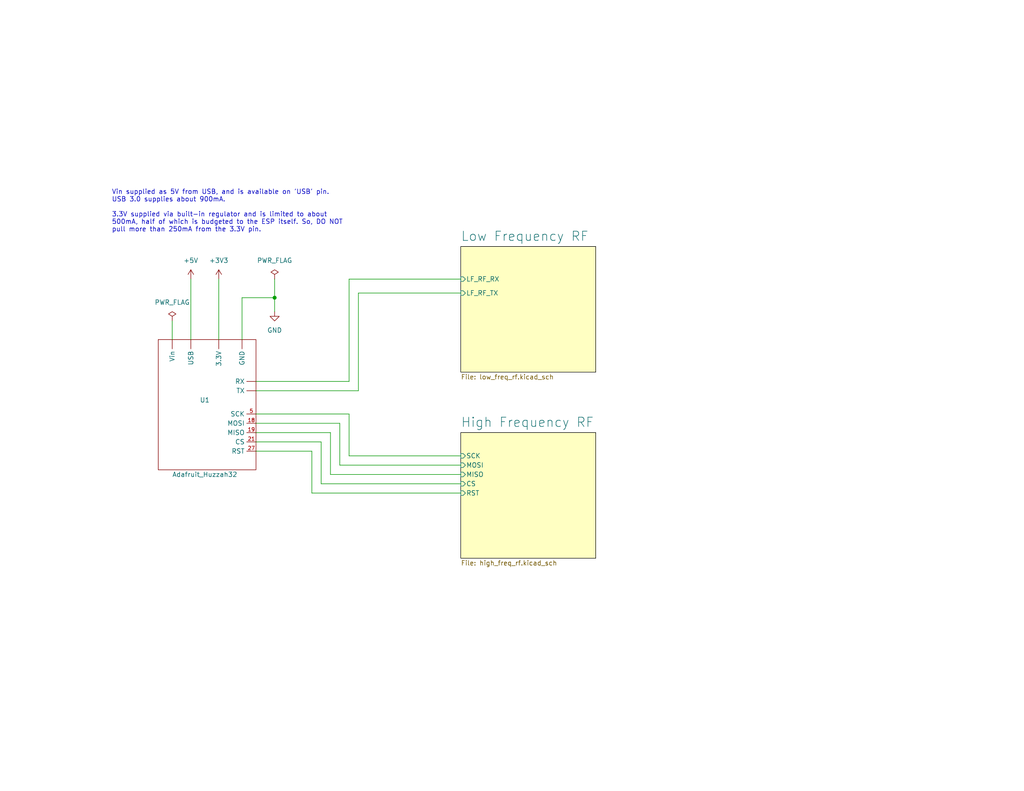
<source format=kicad_sch>
(kicad_sch (version 20220126) (generator eeschema)
  (paper "A")
  (title_block (date "2022-03-13") (rev "1"))
  (lib_symbols
    (symbol "capstone:Adafruit_Huzzah32"
      (property "Reference" "U" (at 0 0 0))
      (property "Value" "Adafruit_Huzzah32" (at 0 -20.32 0))
      (symbol "Adafruit_Huzzah32_0_1"
        (rectangle (start -12.7 16.51) (end 13.97 -19.05) (stroke (width 0.1524)))
      )
      (symbol "Adafruit_Huzzah32_1_1"
        (pin power_out line (at 3.81 16.51 270) (length 2.54) (name "3.3V") (number ""))
        (pin power_in line (at 10.16 16.51 270) (length 2.54) (name "GND") (number ""))
        (pin input line (at 13.97 5.08 180) (length 2.54) (name "RX") (number ""))
        (pin output line (at 13.97 2.54 180) (length 2.54) (name "TX") (number ""))
        (pin power_out line (at -3.81 16.51 270) (length 2.54) (name "USB") (number ""))
        (pin power_in line (at -8.89 16.51 270) (length 2.54) (name "Vin") (number ""))
        (pin output line (at 13.97 -6.35 180) (length 2.54) (name "MOSI") (number "18"))
        (pin input line (at 13.97 -8.89 180) (length 2.54) (name "MISO") (number "19"))
        (pin output line (at 13.97 -11.43 180) (length 2.54) (name "CS") (number "21"))
        (pin output line (at 13.97 -13.97 180) (length 2.54) (name "RST") (number "27"))
        (pin output line (at 13.97 -3.81 180) (length 2.54) (name "SCK") (number "5"))
      )
    )
    (symbol "power:+3.3V" (power) (pin_names (offset 0))
      (property "Value" "+3.3V" (at 0 3.556 0))
      (symbol "+3.3V_0_1"
        (polyline (pts (xy -0.762 1.27) (xy 0 2.54)))
        (polyline (pts (xy 0 0) (xy 0 2.54)))
        (polyline (pts (xy 0 2.54) (xy 0.762 1.27)))
      )
      (symbol "+3.3V_1_1"
        (pin power_in line (at 0 0 90) (length 0) hide (name "+3V3") (number "1"))
      )
    )
    (symbol "power:+5V" (power) (pin_names (offset 0))
      (property "Value" "+5V" (at 0 3.556 0))
      (symbol "+5V_0_1"
        (polyline (pts (xy -0.762 1.27) (xy 0 2.54)))
        (polyline (pts (xy 0 0) (xy 0 2.54)))
        (polyline (pts (xy 0 2.54) (xy 0.762 1.27)))
      )
      (symbol "+5V_1_1"
        (pin power_in line (at 0 0 90) (length 0) hide (name "+5V") (number "1"))
      )
    )
    (symbol "power:GND" (power) (pin_names (offset 0))
      (property "Value" "GND" (at 0 -3.81 0))
      (symbol "GND_0_1"
        (polyline (pts (xy 0 0) (xy 0 -1.27) (xy 1.27 -1.27) (xy 0 -2.54) (xy -1.27 -1.27) (xy 0 -1.27)))
      )
      (symbol "GND_1_1"
        (pin power_in line (at 0 0 270) (length 0) hide (name "GND") (number "1"))
      )
    )
    (symbol "power:PWR_FLAG" (power) (pin_numbers hide) (pin_names (offset 0) hide)
      (property "Value" "PWR_FLAG" (at 0 3.81 0))
      (symbol "PWR_FLAG_0_0"
        (pin power_out line (at 0 0 90) (length 0) (name "pwr") (number "1"))
      )
      (symbol "PWR_FLAG_0_1"
        (polyline (pts (xy 0 0) (xy 0 1.27) (xy -1.016 1.905) (xy 0 2.54) (xy 1.016 1.905) (xy 0 1.27)))
      )
    )
  )
  (junction (at 74.93 81.28))
  (wire (pts (xy 69.85 115.57) (xy 92.71 115.57)))
  (wire (pts (xy 92.71 115.57) (xy 92.71 127)))
  (wire (pts (xy 92.71 127) (xy 125.73 127)))
  (wire (pts (xy 69.85 106.68) (xy 97.79 106.68)))
  (wire (pts (xy 97.79 80.01) (xy 125.73 80.01)))
  (wire (pts (xy 97.79 106.68) (xy 97.79 80.01)))
  (wire (pts (xy 69.85 120.65) (xy 87.63 120.65)))
  (wire (pts (xy 87.63 120.65) (xy 87.63 132.08)))
  (wire (pts (xy 87.63 132.08) (xy 125.73 132.08)))
  (wire (pts (xy 69.85 118.11) (xy 90.17 118.11)))
  (wire (pts (xy 90.17 118.11) (xy 90.17 129.54)))
  (wire (pts (xy 90.17 129.54) (xy 125.73 129.54)))
  (wire (pts (xy 59.69 76.2) (xy 59.69 92.71)))
  (wire (pts (xy 69.85 113.03) (xy 95.25 113.03)))
  (wire (pts (xy 95.25 113.03) (xy 95.25 124.46)))
  (wire (pts (xy 95.25 124.46) (xy 125.73 124.46)))
  (wire (pts (xy 46.99 87.63) (xy 46.99 92.71)))
  (wire (pts (xy 66.04 81.28) (xy 74.93 81.28)))
  (wire (pts (xy 74.93 76.2) (xy 74.93 81.28)))
  (wire (pts (xy 74.93 81.28) (xy 74.93 85.09)))
  (wire (pts (xy 69.85 104.14) (xy 95.25 104.14)))
  (wire (pts (xy 95.25 76.2) (xy 125.73 76.2)))
  (wire (pts (xy 95.25 104.14) (xy 95.25 76.2)))
  (wire (pts (xy 69.85 123.19) (xy 85.09 123.19)))
  (wire (pts (xy 85.09 123.19) (xy 85.09 134.62)))
  (wire (pts (xy 85.09 134.62) (xy 125.73 134.62)))
  (wire (pts (xy 66.04 81.28) (xy 66.04 92.71)))
  (wire (pts (xy 52.07 76.2) (xy 52.07 92.71)))
  (text "Vin supplied as 5V from USB, and is available on 'USB' pin.\nUSB 3.0 supplies about 900mA.\n\n3.3V supplied via built-in regulator and is limited to about\n500mA, half of which is budgeted to the ESP itself. So, DO NOT\npull more than 250mA from the 3.3V pin." (at 30.48 63.5 0) (effects (font (size 1.27 1.27)) (justify left bottom)))
  (symbol (lib_id "power:PWR_FLAG") (at 74.93 76.2 0) (mirror y) (unit 1)
    (property "Reference" "#FLG02" (effects hide))
    (property "Value" "PWR_FLAG" (at 74.93 71.12 0))
  )
  (symbol (lib_id "power:GND") (at 74.93 85.09 0) (unit 1)
    (property "Reference" "#PWR03" (effects hide))
    (property "Value" "GND" (at 74.93 90.17 0))
  )
  (symbol (lib_id "power:+3.3V") (at 59.69 76.2 0) (unit 1)
    (property "Reference" "#PWR02" (effects hide))
    (property "Value" "+3.3V" (at 59.69 71.12 0))
  )
  (symbol (lib_id "power:+5V") (at 52.07 76.2 0) (unit 1)
    (property "Reference" "#PWR01" (effects hide))
    (property "Value" "+5V" (at 52.07 71.12 0))
  )
  (symbol (lib_id "power:PWR_FLAG") (at 46.99 87.63 0) (unit 1)
    (property "Reference" "#FLG01" (effects hide))
    (property "Value" "PWR_FLAG" (at 46.99 82.55 0))
  )
  (symbol (lib_id "capstone:Adafruit_Huzzah32") (at 55.88 109.22 0) (unit 1)
    (property "Reference" "U1" (at 55.88 109.22 0))
    (property "Value" "Adafruit_Huzzah32" (at 55.88 129.54 0))
    (property "Digi-Key part number" "1528-2181-ND" (effects hide))
    (property "Digi-Key URL" "https://www.digikey.com/en/products/detail/adafruit-industries-llc/3405/7244967" (effects hide))
    (property "datasheet URL" "https://cdn-learn.adafruit.com/downloads/pdf/adafruit-huzzah32-esp32-feather.pdf" (effects hide))
  )
  (sheet (at 125.73 67.31) (size 36.83 34.29) (stroke (width 0.1524) (color 0 0 0 1)) (fill (color 255 255 194 1.0000))
    (property "Sheetname" "Low Frequency RF" (at 125.73 65.9634 0) (effects (font (size 2.54 2.54)) (justify left bottom)))
    (property "Sheetfile" "low_freq_rf.kicad_sch" (at 125.73 102.1846 0) (effects (justify left top)))
    (pin "LF_RF_TX" input (at 125.73 80.01 180))
    (pin "LF_RF_RX" input (at 125.73 76.2 180))
  )
  (sheet (at 125.73 118.11) (size 36.83 34.29) (stroke (width 0.1524) (color 0 0 0 1)) (fill (color 255 255 194 1.0000))
    (property "Sheetname" "High Frequency RF" (at 125.73 116.7634 0) (effects (font (size 2.54 2.54)) (justify left bottom)))
    (property "Sheetfile" "high_freq_rf.kicad_sch" (at 125.73 152.9846 0) (effects (justify left top)))
    (pin "MISO" input (at 125.73 129.54 180))
    (pin "MOSI" input (at 125.73 127 180))
    (pin "CS" input (at 125.73 132.08 180))
    (pin "SCK" input (at 125.73 124.46 180))
    (pin "RST" input (at 125.73 134.62 180))
  )
)
</source>
